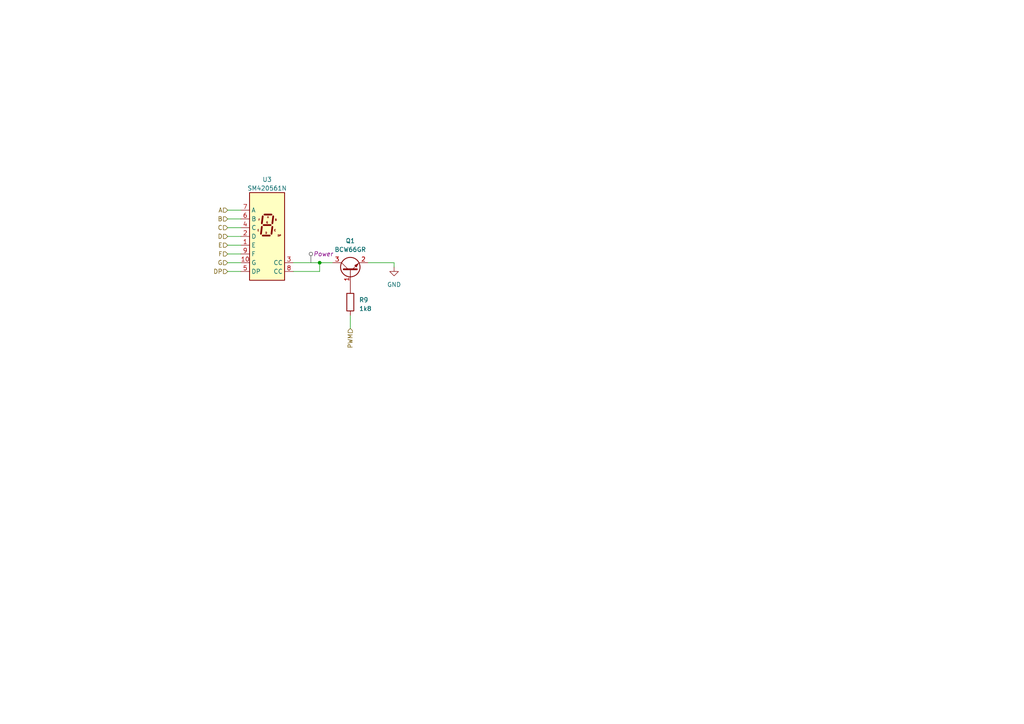
<source format=kicad_sch>
(kicad_sch
	(version 20231120)
	(generator "eeschema")
	(generator_version "8.0")
	(uuid "f1b02ebb-ef60-4ae5-ab5f-2b87b5950a09")
	(paper "A4")
	(lib_symbols
		(symbol "Device:R"
			(pin_numbers hide)
			(pin_names
				(offset 0)
			)
			(exclude_from_sim no)
			(in_bom yes)
			(on_board yes)
			(property "Reference" "R"
				(at 2.032 0 90)
				(effects
					(font
						(size 1.27 1.27)
					)
				)
			)
			(property "Value" "R"
				(at 0 0 90)
				(effects
					(font
						(size 1.27 1.27)
					)
				)
			)
			(property "Footprint" ""
				(at -1.778 0 90)
				(effects
					(font
						(size 1.27 1.27)
					)
					(hide yes)
				)
			)
			(property "Datasheet" "~"
				(at 0 0 0)
				(effects
					(font
						(size 1.27 1.27)
					)
					(hide yes)
				)
			)
			(property "Description" "Resistor"
				(at 0 0 0)
				(effects
					(font
						(size 1.27 1.27)
					)
					(hide yes)
				)
			)
			(property "ki_keywords" "R res resistor"
				(at 0 0 0)
				(effects
					(font
						(size 1.27 1.27)
					)
					(hide yes)
				)
			)
			(property "ki_fp_filters" "R_*"
				(at 0 0 0)
				(effects
					(font
						(size 1.27 1.27)
					)
					(hide yes)
				)
			)
			(symbol "R_0_1"
				(rectangle
					(start -1.016 -2.54)
					(end 1.016 2.54)
					(stroke
						(width 0.254)
						(type default)
					)
					(fill
						(type none)
					)
				)
			)
			(symbol "R_1_1"
				(pin passive line
					(at 0 3.81 270)
					(length 1.27)
					(name "~"
						(effects
							(font
								(size 1.27 1.27)
							)
						)
					)
					(number "1"
						(effects
							(font
								(size 1.27 1.27)
							)
						)
					)
				)
				(pin passive line
					(at 0 -3.81 90)
					(length 1.27)
					(name "~"
						(effects
							(font
								(size 1.27 1.27)
							)
						)
					)
					(number "2"
						(effects
							(font
								(size 1.27 1.27)
							)
						)
					)
				)
			)
		)
		(symbol "Display_Character:SM420561N"
			(exclude_from_sim no)
			(in_bom yes)
			(on_board yes)
			(property "Reference" "U"
				(at -2.54 13.97 0)
				(effects
					(font
						(size 1.27 1.27)
					)
					(justify right)
				)
			)
			(property "Value" "SM420561N"
				(at 1.27 13.97 0)
				(effects
					(font
						(size 1.27 1.27)
					)
					(justify left)
				)
			)
			(property "Footprint" "Display_7Segment:7SegmentLED_LTS6760_LTS6780"
				(at 1.27 -15.24 0)
				(effects
					(font
						(size 1.27 1.27)
					)
					(hide yes)
				)
			)
			(property "Datasheet" "https://datasheet.lcsc.com/szlcsc/Wuxi-ARK-Tech-Elec-SM420561N_C141367.pdf"
				(at -12.7 12.065 0)
				(effects
					(font
						(size 1.27 1.27)
					)
					(justify left)
					(hide yes)
				)
			)
			(property "Description" "One digit 7 segment blue LED, common cathode"
				(at 0 0 0)
				(effects
					(font
						(size 1.27 1.27)
					)
					(hide yes)
				)
			)
			(property "ki_keywords" "display LED 7-segment"
				(at 0 0 0)
				(effects
					(font
						(size 1.27 1.27)
					)
					(hide yes)
				)
			)
			(property "ki_fp_filters" "7SegmentLED?LTS6760?LTS6780*"
				(at 0 0 0)
				(effects
					(font
						(size 1.27 1.27)
					)
					(hide yes)
				)
			)
			(symbol "SM420561N_0_0"
				(text "A"
					(at 0.254 5.588 0)
					(effects
						(font
							(size 0.508 0.508)
						)
					)
				)
				(text "B"
					(at 2.54 4.826 0)
					(effects
						(font
							(size 0.508 0.508)
						)
					)
				)
				(text "C"
					(at 2.286 1.778 0)
					(effects
						(font
							(size 0.508 0.508)
						)
					)
				)
				(text "D"
					(at -0.254 1.016 0)
					(effects
						(font
							(size 0.508 0.508)
						)
					)
				)
				(text "DP"
					(at 3.556 0.254 0)
					(effects
						(font
							(size 0.508 0.508)
						)
					)
				)
				(text "E"
					(at -2.54 1.778 0)
					(effects
						(font
							(size 0.508 0.508)
						)
					)
				)
				(text "F"
					(at -2.286 4.826 0)
					(effects
						(font
							(size 0.508 0.508)
						)
					)
				)
				(text "G"
					(at 0 4.064 0)
					(effects
						(font
							(size 0.508 0.508)
						)
					)
				)
			)
			(symbol "SM420561N_0_1"
				(rectangle
					(start -5.08 12.7)
					(end 5.08 -12.7)
					(stroke
						(width 0.254)
						(type default)
					)
					(fill
						(type background)
					)
				)
				(polyline
					(pts
						(xy -1.524 2.794) (xy -1.778 0.762)
					)
					(stroke
						(width 0.508)
						(type default)
					)
					(fill
						(type none)
					)
				)
				(polyline
					(pts
						(xy -1.27 0.254) (xy 0.762 0.254)
					)
					(stroke
						(width 0.508)
						(type default)
					)
					(fill
						(type none)
					)
				)
				(polyline
					(pts
						(xy -1.27 5.842) (xy -1.524 3.81)
					)
					(stroke
						(width 0.508)
						(type default)
					)
					(fill
						(type none)
					)
				)
				(polyline
					(pts
						(xy -1.016 3.302) (xy 1.016 3.302)
					)
					(stroke
						(width 0.508)
						(type default)
					)
					(fill
						(type none)
					)
				)
				(polyline
					(pts
						(xy -0.762 6.35) (xy 1.27 6.35)
					)
					(stroke
						(width 0.508)
						(type default)
					)
					(fill
						(type none)
					)
				)
				(polyline
					(pts
						(xy 1.524 2.794) (xy 1.27 0.762)
					)
					(stroke
						(width 0.508)
						(type default)
					)
					(fill
						(type none)
					)
				)
				(polyline
					(pts
						(xy 1.778 5.842) (xy 1.524 3.81)
					)
					(stroke
						(width 0.508)
						(type default)
					)
					(fill
						(type none)
					)
				)
				(polyline
					(pts
						(xy 2.54 0.254) (xy 2.54 0.254)
					)
					(stroke
						(width 0.508)
						(type default)
					)
					(fill
						(type none)
					)
				)
			)
			(symbol "SM420561N_1_1"
				(pin input line
					(at -7.62 -2.54 0)
					(length 2.54)
					(name "E"
						(effects
							(font
								(size 1.27 1.27)
							)
						)
					)
					(number "1"
						(effects
							(font
								(size 1.27 1.27)
							)
						)
					)
				)
				(pin input line
					(at -7.62 -7.62 0)
					(length 2.54)
					(name "G"
						(effects
							(font
								(size 1.27 1.27)
							)
						)
					)
					(number "10"
						(effects
							(font
								(size 1.27 1.27)
							)
						)
					)
				)
				(pin input line
					(at -7.62 0 0)
					(length 2.54)
					(name "D"
						(effects
							(font
								(size 1.27 1.27)
							)
						)
					)
					(number "2"
						(effects
							(font
								(size 1.27 1.27)
							)
						)
					)
				)
				(pin input line
					(at 7.62 -7.62 180)
					(length 2.54)
					(name "CC"
						(effects
							(font
								(size 1.27 1.27)
							)
						)
					)
					(number "3"
						(effects
							(font
								(size 1.27 1.27)
							)
						)
					)
				)
				(pin input line
					(at -7.62 2.54 0)
					(length 2.54)
					(name "C"
						(effects
							(font
								(size 1.27 1.27)
							)
						)
					)
					(number "4"
						(effects
							(font
								(size 1.27 1.27)
							)
						)
					)
				)
				(pin input line
					(at -7.62 -10.16 0)
					(length 2.54)
					(name "DP"
						(effects
							(font
								(size 1.27 1.27)
							)
						)
					)
					(number "5"
						(effects
							(font
								(size 1.27 1.27)
							)
						)
					)
				)
				(pin input line
					(at -7.62 5.08 0)
					(length 2.54)
					(name "B"
						(effects
							(font
								(size 1.27 1.27)
							)
						)
					)
					(number "6"
						(effects
							(font
								(size 1.27 1.27)
							)
						)
					)
				)
				(pin input line
					(at -7.62 7.62 0)
					(length 2.54)
					(name "A"
						(effects
							(font
								(size 1.27 1.27)
							)
						)
					)
					(number "7"
						(effects
							(font
								(size 1.27 1.27)
							)
						)
					)
				)
				(pin input line
					(at 7.62 -10.16 180)
					(length 2.54)
					(name "CC"
						(effects
							(font
								(size 1.27 1.27)
							)
						)
					)
					(number "8"
						(effects
							(font
								(size 1.27 1.27)
							)
						)
					)
				)
				(pin input line
					(at -7.62 -5.08 0)
					(length 2.54)
					(name "F"
						(effects
							(font
								(size 1.27 1.27)
							)
						)
					)
					(number "9"
						(effects
							(font
								(size 1.27 1.27)
							)
						)
					)
				)
			)
		)
		(symbol "Transistor_BJT:BC846"
			(pin_names
				(offset 0) hide)
			(exclude_from_sim no)
			(in_bom yes)
			(on_board yes)
			(property "Reference" "Q"
				(at 5.08 1.905 0)
				(effects
					(font
						(size 1.27 1.27)
					)
					(justify left)
				)
			)
			(property "Value" "BC846"
				(at 5.08 0 0)
				(effects
					(font
						(size 1.27 1.27)
					)
					(justify left)
				)
			)
			(property "Footprint" "Package_TO_SOT_SMD:SOT-23"
				(at 5.08 -1.905 0)
				(effects
					(font
						(size 1.27 1.27)
						(italic yes)
					)
					(justify left)
					(hide yes)
				)
			)
			(property "Datasheet" "https://assets.nexperia.com/documents/data-sheet/BC846_SER.pdf"
				(at 0 0 0)
				(effects
					(font
						(size 1.27 1.27)
					)
					(justify left)
					(hide yes)
				)
			)
			(property "Description" "0.1A Ic, 65V Vce, NPN Transistor, SOT-23"
				(at 0 0 0)
				(effects
					(font
						(size 1.27 1.27)
					)
					(hide yes)
				)
			)
			(property "ki_keywords" "NPN Transistor"
				(at 0 0 0)
				(effects
					(font
						(size 1.27 1.27)
					)
					(hide yes)
				)
			)
			(property "ki_fp_filters" "SOT?23*"
				(at 0 0 0)
				(effects
					(font
						(size 1.27 1.27)
					)
					(hide yes)
				)
			)
			(symbol "BC846_0_1"
				(polyline
					(pts
						(xy 0.635 0.635) (xy 2.54 2.54)
					)
					(stroke
						(width 0)
						(type default)
					)
					(fill
						(type none)
					)
				)
				(polyline
					(pts
						(xy 0.635 -0.635) (xy 2.54 -2.54) (xy 2.54 -2.54)
					)
					(stroke
						(width 0)
						(type default)
					)
					(fill
						(type none)
					)
				)
				(polyline
					(pts
						(xy 0.635 1.905) (xy 0.635 -1.905) (xy 0.635 -1.905)
					)
					(stroke
						(width 0.508)
						(type default)
					)
					(fill
						(type none)
					)
				)
				(polyline
					(pts
						(xy 1.27 -1.778) (xy 1.778 -1.27) (xy 2.286 -2.286) (xy 1.27 -1.778) (xy 1.27 -1.778)
					)
					(stroke
						(width 0)
						(type default)
					)
					(fill
						(type outline)
					)
				)
				(circle
					(center 1.27 0)
					(radius 2.8194)
					(stroke
						(width 0.254)
						(type default)
					)
					(fill
						(type none)
					)
				)
			)
			(symbol "BC846_1_1"
				(pin input line
					(at -5.08 0 0)
					(length 5.715)
					(name "B"
						(effects
							(font
								(size 1.27 1.27)
							)
						)
					)
					(number "1"
						(effects
							(font
								(size 1.27 1.27)
							)
						)
					)
				)
				(pin passive line
					(at 2.54 -5.08 90)
					(length 2.54)
					(name "E"
						(effects
							(font
								(size 1.27 1.27)
							)
						)
					)
					(number "2"
						(effects
							(font
								(size 1.27 1.27)
							)
						)
					)
				)
				(pin passive line
					(at 2.54 5.08 270)
					(length 2.54)
					(name "C"
						(effects
							(font
								(size 1.27 1.27)
							)
						)
					)
					(number "3"
						(effects
							(font
								(size 1.27 1.27)
							)
						)
					)
				)
			)
		)
		(symbol "power:GND"
			(power)
			(pin_names
				(offset 0)
			)
			(exclude_from_sim no)
			(in_bom yes)
			(on_board yes)
			(property "Reference" "#PWR"
				(at 0 -6.35 0)
				(effects
					(font
						(size 1.27 1.27)
					)
					(hide yes)
				)
			)
			(property "Value" "GND"
				(at 0 -3.81 0)
				(effects
					(font
						(size 1.27 1.27)
					)
				)
			)
			(property "Footprint" ""
				(at 0 0 0)
				(effects
					(font
						(size 1.27 1.27)
					)
					(hide yes)
				)
			)
			(property "Datasheet" ""
				(at 0 0 0)
				(effects
					(font
						(size 1.27 1.27)
					)
					(hide yes)
				)
			)
			(property "Description" "Power symbol creates a global label with name \"GND\" , ground"
				(at 0 0 0)
				(effects
					(font
						(size 1.27 1.27)
					)
					(hide yes)
				)
			)
			(property "ki_keywords" "global power"
				(at 0 0 0)
				(effects
					(font
						(size 1.27 1.27)
					)
					(hide yes)
				)
			)
			(symbol "GND_0_1"
				(polyline
					(pts
						(xy 0 0) (xy 0 -1.27) (xy 1.27 -1.27) (xy 0 -2.54) (xy -1.27 -1.27) (xy 0 -1.27)
					)
					(stroke
						(width 0)
						(type default)
					)
					(fill
						(type none)
					)
				)
			)
			(symbol "GND_1_1"
				(pin power_in line
					(at 0 0 270)
					(length 0) hide
					(name "GND"
						(effects
							(font
								(size 1.27 1.27)
							)
						)
					)
					(number "1"
						(effects
							(font
								(size 1.27 1.27)
							)
						)
					)
				)
			)
		)
	)
	(junction
		(at 92.71 76.2)
		(diameter 0)
		(color 0 0 0 0)
		(uuid "13aeed04-0ac5-41fb-b118-213c33ffc87b")
	)
	(wire
		(pts
			(xy 66.04 76.2) (xy 69.85 76.2)
		)
		(stroke
			(width 0)
			(type default)
		)
		(uuid "0c6f3b0e-38a6-4160-94d3-b7347feab566")
	)
	(wire
		(pts
			(xy 66.04 73.66) (xy 69.85 73.66)
		)
		(stroke
			(width 0)
			(type default)
		)
		(uuid "0e950f23-24c2-4fe1-b673-863a017f4462")
	)
	(wire
		(pts
			(xy 85.09 76.2) (xy 92.71 76.2)
		)
		(stroke
			(width 0)
			(type default)
		)
		(uuid "18d1b84d-a577-4a9a-8022-b012597ad15c")
	)
	(wire
		(pts
			(xy 66.04 71.12) (xy 69.85 71.12)
		)
		(stroke
			(width 0)
			(type default)
		)
		(uuid "4e4dc801-1246-4ee2-9e55-4d96f91bb9a4")
	)
	(wire
		(pts
			(xy 92.71 76.2) (xy 96.52 76.2)
		)
		(stroke
			(width 0)
			(type default)
		)
		(uuid "5b2eb2a7-8fd7-42e1-bcbe-dfcb570bba9e")
	)
	(wire
		(pts
			(xy 85.09 78.74) (xy 92.71 78.74)
		)
		(stroke
			(width 0)
			(type default)
		)
		(uuid "68d26b28-0926-4ec5-8062-48a53d2b4a67")
	)
	(wire
		(pts
			(xy 92.71 78.74) (xy 92.71 76.2)
		)
		(stroke
			(width 0)
			(type default)
		)
		(uuid "6b1ec92d-a969-4d0c-aeb0-16a61394a8e5")
	)
	(wire
		(pts
			(xy 66.04 60.96) (xy 69.85 60.96)
		)
		(stroke
			(width 0)
			(type default)
		)
		(uuid "95bebc40-52df-4841-82f4-8b1958e62c8a")
	)
	(wire
		(pts
			(xy 66.04 68.58) (xy 69.85 68.58)
		)
		(stroke
			(width 0)
			(type default)
		)
		(uuid "962184aa-4d47-43bc-bd40-99cd0db263b2")
	)
	(wire
		(pts
			(xy 66.04 63.5) (xy 69.85 63.5)
		)
		(stroke
			(width 0)
			(type default)
		)
		(uuid "b643ce78-4340-425d-bea1-db3975eafd15")
	)
	(wire
		(pts
			(xy 101.6 91.44) (xy 101.6 95.25)
		)
		(stroke
			(width 0)
			(type default)
		)
		(uuid "c0465815-6c95-4a7a-8566-07d9e246d135")
	)
	(wire
		(pts
			(xy 66.04 78.74) (xy 69.85 78.74)
		)
		(stroke
			(width 0)
			(type default)
		)
		(uuid "d1de4260-9bd6-412a-8255-e6c85c045f0f")
	)
	(wire
		(pts
			(xy 106.68 76.2) (xy 114.3 76.2)
		)
		(stroke
			(width 0)
			(type default)
		)
		(uuid "d97e5796-bb3b-4622-8cf6-32c2eb397a2d")
	)
	(wire
		(pts
			(xy 66.04 66.04) (xy 69.85 66.04)
		)
		(stroke
			(width 0)
			(type default)
		)
		(uuid "ee8cdac7-02f2-453e-9cf6-f86290b6d049")
	)
	(wire
		(pts
			(xy 114.3 76.2) (xy 114.3 77.47)
		)
		(stroke
			(width 0)
			(type default)
		)
		(uuid "fb4cf7b6-1005-4233-9199-fee3f4c49768")
	)
	(hierarchical_label "DP"
		(shape input)
		(at 66.04 78.74 180)
		(fields_autoplaced yes)
		(effects
			(font
				(size 1.27 1.27)
			)
			(justify right)
		)
		(uuid "0fc732b7-a098-46a8-b37a-ed2650298d0e")
	)
	(hierarchical_label "E"
		(shape input)
		(at 66.04 71.12 180)
		(fields_autoplaced yes)
		(effects
			(font
				(size 1.27 1.27)
			)
			(justify right)
		)
		(uuid "3aa171b9-5ffa-4739-9a13-692c1bc102a2")
	)
	(hierarchical_label "C"
		(shape input)
		(at 66.04 66.04 180)
		(fields_autoplaced yes)
		(effects
			(font
				(size 1.27 1.27)
			)
			(justify right)
		)
		(uuid "3f213916-cf57-4884-9fd3-8be60e559921")
	)
	(hierarchical_label "F"
		(shape input)
		(at 66.04 73.66 180)
		(fields_autoplaced yes)
		(effects
			(font
				(size 1.27 1.27)
			)
			(justify right)
		)
		(uuid "5c63fd32-0f4c-4193-ae2c-f937ae6a5eee")
	)
	(hierarchical_label "B"
		(shape input)
		(at 66.04 63.5 180)
		(fields_autoplaced yes)
		(effects
			(font
				(size 1.27 1.27)
			)
			(justify right)
		)
		(uuid "5d8c31ab-dce4-499c-8450-e83f88e43b52")
	)
	(hierarchical_label "G"
		(shape input)
		(at 66.04 76.2 180)
		(fields_autoplaced yes)
		(effects
			(font
				(size 1.27 1.27)
			)
			(justify right)
		)
		(uuid "6d666146-f0f5-4e09-b9ec-a715d3cf54a6")
	)
	(hierarchical_label "A"
		(shape input)
		(at 66.04 60.96 180)
		(fields_autoplaced yes)
		(effects
			(font
				(size 1.27 1.27)
			)
			(justify right)
		)
		(uuid "7c98bb38-f918-49bc-9b72-4c9e3b929967")
	)
	(hierarchical_label "PWM"
		(shape input)
		(at 101.6 95.25 270)
		(fields_autoplaced yes)
		(effects
			(font
				(size 1.27 1.27)
			)
			(justify right)
		)
		(uuid "db2c517b-e8c3-499e-a646-1e289a334618")
	)
	(hierarchical_label "D"
		(shape input)
		(at 66.04 68.58 180)
		(fields_autoplaced yes)
		(effects
			(font
				(size 1.27 1.27)
			)
			(justify right)
		)
		(uuid "df156d01-6eda-4e8f-aa18-b726e24c2e1e")
	)
	(netclass_flag ""
		(length 2.54)
		(shape round)
		(at 90.17 76.2 0)
		(fields_autoplaced yes)
		(effects
			(font
				(size 1.27 1.27)
			)
			(justify left bottom)
		)
		(uuid "42863655-4794-492a-8d98-b323a34dd03a")
		(property "Netclass" "Power"
			(at 90.8685 73.66 0)
			(effects
				(font
					(size 1.27 1.27)
					(italic yes)
				)
				(justify left)
			)
		)
	)
	(symbol
		(lib_id "Transistor_BJT:BC846")
		(at 101.6 78.74 90)
		(unit 1)
		(exclude_from_sim no)
		(in_bom yes)
		(on_board yes)
		(dnp no)
		(fields_autoplaced yes)
		(uuid "7f934122-7976-4fbf-ba94-a887ffa4c56f")
		(property "Reference" "Q3"
			(at 101.6 69.85 90)
			(effects
				(font
					(size 1.27 1.27)
				)
			)
		)
		(property "Value" "BCW66GR"
			(at 101.6 72.39 90)
			(effects
				(font
					(size 1.27 1.27)
				)
			)
		)
		(property "Footprint" "Package_TO_SOT_SMD:SOT-23"
			(at 103.505 73.66 0)
			(effects
				(font
					(size 1.27 1.27)
					(italic yes)
				)
				(justify left)
				(hide yes)
			)
		)
		(property "Datasheet" "https://assets.nexperia.com/documents/data-sheet/BC846_SER.pdf"
			(at 101.6 78.74 0)
			(effects
				(font
					(size 1.27 1.27)
				)
				(justify left)
				(hide yes)
			)
		)
		(property "Description" ""
			(at 101.6 78.74 0)
			(effects
				(font
					(size 1.27 1.27)
				)
				(hide yes)
			)
		)
		(property "Part#" "BCW66GR"
			(at 101.6 78.74 90)
			(effects
				(font
					(size 1.27 1.27)
				)
				(hide yes)
			)
		)
		(pin "1"
			(uuid "fc33cf5b-872f-4e49-acad-9e801a1bc49e")
		)
		(pin "2"
			(uuid "95baa234-b1cd-4950-8f48-0b0ffa3f1c85")
		)
		(pin "3"
			(uuid "9b76e664-7588-46e2-bd62-7d1dfae2591d")
		)
		(instances
			(project "Zar Electronic"
				(path "/718be7b4-93f7-4d64-90f9-01275ea500da/4f607853-e26e-4ec1-836e-f15089a303d3"
					(reference "Q1")
					(unit 1)
				)
				(path "/718be7b4-93f7-4d64-90f9-01275ea500da/e59fc029-7ec6-4921-8e10-9d088db2c7c8"
					(reference "Q3")
					(unit 1)
				)
			)
		)
	)
	(symbol
		(lib_id "Display_Character:SM420561N")
		(at 77.47 68.58 0)
		(unit 1)
		(exclude_from_sim no)
		(in_bom yes)
		(on_board yes)
		(dnp no)
		(fields_autoplaced yes)
		(uuid "841d6abf-f250-4e40-8119-1fa7000ea433")
		(property "Reference" "U2"
			(at 77.47 52.07 0)
			(effects
				(font
					(size 1.27 1.27)
				)
			)
		)
		(property "Value" "SM420561N"
			(at 77.47 54.61 0)
			(effects
				(font
					(size 1.27 1.27)
				)
			)
		)
		(property "Footprint" "7SegmentDisplay:7SegmentLED_27.70x20x10mm"
			(at 78.74 83.82 0)
			(effects
				(font
					(size 1.27 1.27)
				)
				(hide yes)
			)
		)
		(property "Datasheet" "https://datasheet.lcsc.com/szlcsc/Wuxi-ARK-Tech-Elec-SM420561N_C141367.pdf"
			(at 64.77 56.515 0)
			(effects
				(font
					(size 1.27 1.27)
				)
				(justify left)
				(hide yes)
			)
		)
		(property "Description" ""
			(at 77.47 68.58 0)
			(effects
				(font
					(size 1.27 1.27)
				)
				(hide yes)
			)
		)
		(property "Part#" "OPD-S8023LE-BW"
			(at 77.47 68.58 0)
			(effects
				(font
					(size 1.27 1.27)
				)
				(hide yes)
			)
		)
		(pin "1"
			(uuid "65a501f4-d43c-4418-ac60-e18c29025e2c")
		)
		(pin "10"
			(uuid "091a1f6a-da6b-47c3-b73f-70d0a6486648")
		)
		(pin "2"
			(uuid "9404b82e-8d70-4b3a-8129-7177fb78e870")
		)
		(pin "3"
			(uuid "82cf8af3-4efc-4218-9235-3dbcb72d18d8")
		)
		(pin "4"
			(uuid "e4540ef5-d17c-4409-9411-ae3a0bf09c4b")
		)
		(pin "5"
			(uuid "77707dcf-fd9b-4bca-afbd-f81a9c441120")
		)
		(pin "6"
			(uuid "51ca2672-5e1b-490a-80b8-a2d649b9c648")
		)
		(pin "7"
			(uuid "357ee790-9cfb-4f18-b01d-740001b84444")
		)
		(pin "8"
			(uuid "b53a011e-724d-4529-9d17-1e2f0029399d")
		)
		(pin "9"
			(uuid "4f1ac6a0-0c69-413a-9873-8c3cb0c4c88e")
		)
		(instances
			(project "Zar Electronic"
				(path "/718be7b4-93f7-4d64-90f9-01275ea500da/4f607853-e26e-4ec1-836e-f15089a303d3"
					(reference "U3")
					(unit 1)
				)
				(path "/718be7b4-93f7-4d64-90f9-01275ea500da/e59fc029-7ec6-4921-8e10-9d088db2c7c8"
					(reference "U2")
					(unit 1)
				)
			)
		)
	)
	(symbol
		(lib_id "Device:R")
		(at 101.6 87.63 180)
		(unit 1)
		(exclude_from_sim no)
		(in_bom yes)
		(on_board yes)
		(dnp no)
		(fields_autoplaced yes)
		(uuid "991acf97-1730-4fc4-bafb-772d3a5bbd5c")
		(property "Reference" "R11"
			(at 104.14 86.995 0)
			(effects
				(font
					(size 1.27 1.27)
				)
				(justify right)
			)
		)
		(property "Value" "1k8"
			(at 104.14 89.535 0)
			(effects
				(font
					(size 1.27 1.27)
				)
				(justify right)
			)
		)
		(property "Footprint" "Resistor_SMD:R_0603_1608Metric"
			(at 103.378 87.63 90)
			(effects
				(font
					(size 1.27 1.27)
				)
				(hide yes)
			)
		)
		(property "Datasheet" "~"
			(at 101.6 87.63 0)
			(effects
				(font
					(size 1.27 1.27)
				)
				(hide yes)
			)
		)
		(property "Description" ""
			(at 101.6 87.63 0)
			(effects
				(font
					(size 1.27 1.27)
				)
				(hide yes)
			)
		)
		(property "Part#" "SMD0603-1K8-1%"
			(at 101.6 87.63 0)
			(effects
				(font
					(size 1.27 1.27)
				)
				(hide yes)
			)
		)
		(pin "1"
			(uuid "d6db41ed-8b21-433d-a52d-15ef393f9e98")
		)
		(pin "2"
			(uuid "d216a4a4-7f32-48ff-a4ea-2e7dd6478166")
		)
		(instances
			(project "Zar Electronic"
				(path "/718be7b4-93f7-4d64-90f9-01275ea500da/4f607853-e26e-4ec1-836e-f15089a303d3"
					(reference "R9")
					(unit 1)
				)
				(path "/718be7b4-93f7-4d64-90f9-01275ea500da/e59fc029-7ec6-4921-8e10-9d088db2c7c8"
					(reference "R11")
					(unit 1)
				)
			)
		)
	)
	(symbol
		(lib_id "power:GND")
		(at 114.3 77.47 0)
		(unit 1)
		(exclude_from_sim no)
		(in_bom yes)
		(on_board yes)
		(dnp no)
		(fields_autoplaced yes)
		(uuid "ae550335-c1fb-4b56-80da-66186268a037")
		(property "Reference" "#PWR03"
			(at 114.3 83.82 0)
			(effects
				(font
					(size 1.27 1.27)
				)
				(hide yes)
			)
		)
		(property "Value" "GND"
			(at 114.3 82.55 0)
			(effects
				(font
					(size 1.27 1.27)
				)
			)
		)
		(property "Footprint" ""
			(at 114.3 77.47 0)
			(effects
				(font
					(size 1.27 1.27)
				)
				(hide yes)
			)
		)
		(property "Datasheet" ""
			(at 114.3 77.47 0)
			(effects
				(font
					(size 1.27 1.27)
				)
				(hide yes)
			)
		)
		(property "Description" ""
			(at 114.3 77.47 0)
			(effects
				(font
					(size 1.27 1.27)
				)
				(hide yes)
			)
		)
		(pin "1"
			(uuid "3456e104-a14f-495b-a5dd-9b377b23bcd1")
		)
		(instances
			(project "Zar Electronic"
				(path "/718be7b4-93f7-4d64-90f9-01275ea500da/4f607853-e26e-4ec1-836e-f15089a303d3"
					(reference "#PWR01")
					(unit 1)
				)
				(path "/718be7b4-93f7-4d64-90f9-01275ea500da/e59fc029-7ec6-4921-8e10-9d088db2c7c8"
					(reference "#PWR03")
					(unit 1)
				)
			)
		)
	)
)

</source>
